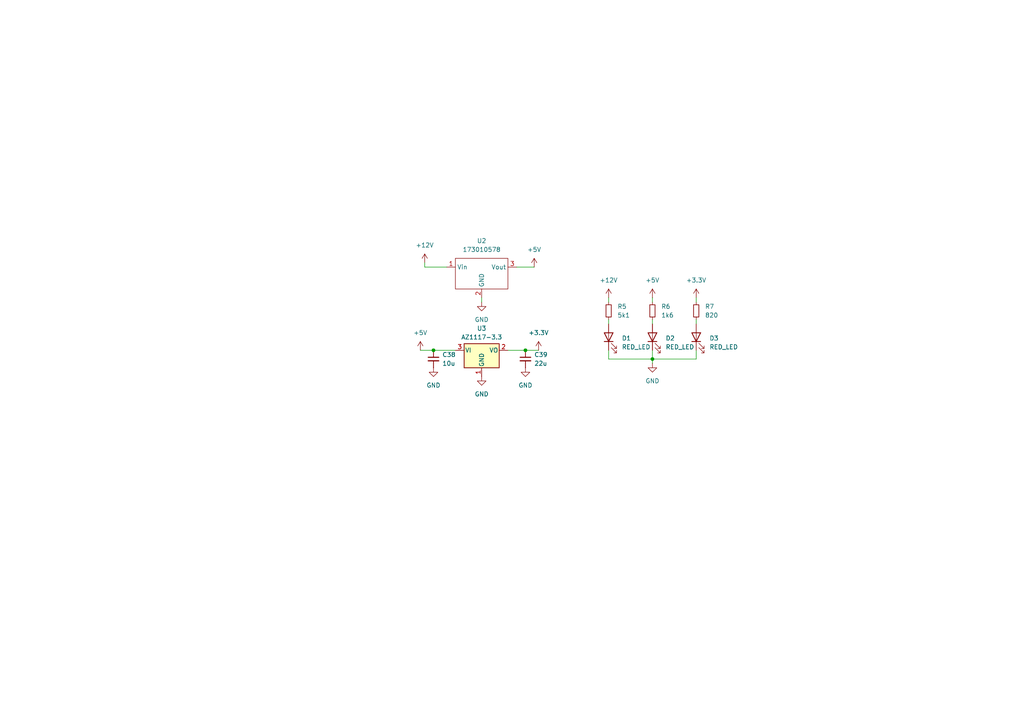
<source format=kicad_sch>
(kicad_sch (version 20250114) (generator "eeschema") (generator_version "9.0")
  (paper "A4")
  (lib_symbols
    (symbol "+5V_1" (power) (pin_numbers (hide yes)) (pin_names (offset 0) (hide yes))
      (property "Value" "+5V" (at 0 3.556 0))
      (symbol "+5V_1_0_1"
        (polyline (pts (xy -0.762 1.27) (xy 0 2.54)))
        (polyline (pts (xy 0 2.54) (xy 0.762 1.27)))
        (polyline (pts (xy 0 0) (xy 0 2.54)))
      )
      (symbol "+5V_1_1_1"
        (pin power_in line (at 0 0 90) (length 0) (name "~") (number "1"))
      )
    )
    (symbol "+5V_2" (power) (pin_numbers (hide yes)) (pin_names (offset 0) (hide yes))
      (property "Value" "+5V" (at 0 3.556 0))
      (symbol "+5V_2_0_1"
        (polyline (pts (xy -0.762 1.27) (xy 0 2.54)))
        (polyline (pts (xy 0 2.54) (xy 0.762 1.27)))
        (polyline (pts (xy 0 0) (xy 0 2.54)))
      )
      (symbol "+5V_2_1_1"
        (pin power_in line (at 0 0 90) (length 0) (name "~") (number "1"))
      )
    )
    (symbol "173010542_1"
      (property "Reference" "U" (at -5.842 5.334 0))
      (property "Value" "173010542" (at 0 0 0))
      (symbol "173010542_1_1_1"
        (rectangle (start -7.62 3.81) (end 7.62 -5.08))
        (pin power_in line (at -10.16 1.27 0) (length 2.54) (name "Vin") (number "1"))
        (pin power_in line (at 0 -7.62 90) (length 2.54) (name "GND") (number "2"))
        (pin power_out line (at 10.16 1.27 180) (length 2.54) (name "Vout") (number "3"))
      )
    )
    (symbol "Device:C_Small" (pin_numbers (hide yes)) (pin_names (offset 0.254) (hide yes))
      (property "Reference" "C" (at 0.254 1.778 0))
      (property "Value" "C_Small" (at 0.254 -2.032 0))
      (symbol "C_Small_0_1"
        (polyline (pts (xy -1.524 0.508) (xy 1.524 0.508)) (stroke (width 0.3048)))
        (polyline (pts (xy -1.524 -0.508) (xy 1.524 -0.508)) (stroke (width 0.3302)))
      )
      (symbol "C_Small_1_1"
        (pin passive line (at 0 2.54 270) (length 2.032) (name "~") (number "1"))
        (pin passive line (at 0 -2.54 90) (length 2.032) (name "~") (number "2"))
      )
    )
    (symbol "Device:R_Small" (pin_numbers (hide yes)) (pin_names (offset 0.254) (hide yes))
      (property "Reference" "R" (at 0.762 0.508 0))
      (property "Value" "R_Small" (at 0.762 -1.016 0))
      (symbol "R_Small_0_1"
        (rectangle (start -0.762 1.778) (end 0.762 -1.778) (stroke (width 0.2032)))
      )
      (symbol "R_Small_1_1"
        (pin passive line (at 0 2.54 270) (length 0.762) (name "~") (number "1"))
        (pin passive line (at 0 -2.54 90) (length 0.762) (name "~") (number "2"))
      )
    )
    (symbol "GND_1" (power) (pin_numbers (hide yes)) (pin_names (offset 0) (hide yes))
      (property "Value" "GND" (at 0 -3.81 0))
      (symbol "GND_1_0_1"
        (polyline (pts (xy 0 0) (xy 0 -1.27) (xy 1.27 -1.27) (xy 0 -2.54) (xy -1.27 -1.27) (xy 0 -1.27)))
      )
      (symbol "GND_1_1_1"
        (pin power_in line (at 0 0 270) (length 0) (name "~") (number "1"))
      )
    )
    (symbol "GND_2" (power) (pin_numbers (hide yes)) (pin_names (offset 0) (hide yes))
      (property "Value" "GND" (at 0 -3.81 0))
      (symbol "GND_2_0_1"
        (polyline (pts (xy 0 0) (xy 0 -1.27) (xy 1.27 -1.27) (xy 0 -2.54) (xy -1.27 -1.27) (xy 0 -1.27)))
      )
      (symbol "GND_2_1_1"
        (pin power_in line (at 0 0 270) (length 0) (name "~") (number "1"))
      )
    )
    (symbol "GND_3" (power) (pin_numbers (hide yes)) (pin_names (offset 0) (hide yes))
      (property "Value" "GND" (at 0 -3.81 0))
      (symbol "GND_3_0_1"
        (polyline (pts (xy 0 0) (xy 0 -1.27) (xy 1.27 -1.27) (xy 0 -2.54) (xy -1.27 -1.27) (xy 0 -1.27)))
      )
      (symbol "GND_3_1_1"
        (pin power_in line (at 0 0 270) (length 0) (name "~") (number "1"))
      )
    )
    (symbol "GND_4" (power) (pin_numbers (hide yes)) (pin_names (offset 0) (hide yes))
      (property "Value" "GND" (at 0 -3.81 0))
      (symbol "GND_4_0_1"
        (polyline (pts (xy 0 0) (xy 0 -1.27) (xy 1.27 -1.27) (xy 0 -2.54) (xy -1.27 -1.27) (xy 0 -1.27)))
      )
      (symbol "GND_4_1_1"
        (pin power_in line (at 0 0 270) (length 0) (name "~") (number "1"))
      )
    )
    (symbol "LED_1" (pin_numbers (hide yes)) (pin_names (offset 1.016) (hide yes))
      (property "Reference" "D" (at 0 2.54 0))
      (property "Value" "LED" (at 0 -2.54 0))
      (symbol "LED_1_0_1"
        (polyline (pts (xy -3.048 -0.762) (xy -4.572 -2.286) (xy -3.81 -2.286) (xy -4.572 -2.286) (xy -4.572 -1.524)))
        (polyline (pts (xy -1.778 -0.762) (xy -3.302 -2.286) (xy -2.54 -2.286) (xy -3.302 -2.286) (xy -3.302 -1.524)))
        (polyline (pts (xy -1.27 0) (xy 1.27 0)))
        (polyline (pts (xy -1.27 -1.27) (xy -1.27 1.27)) (stroke (width 0.254)))
        (polyline (pts (xy 1.27 -1.27) (xy 1.27 1.27) (xy -1.27 0) (xy 1.27 -1.27)) (stroke (width 0.254)))
      )
      (symbol "LED_1_1_1"
        (pin passive line (at -3.81 0 0) (length 2.54) (name "K") (number "1"))
        (pin passive line (at 3.81 0 180) (length 2.54) (name "A") (number "2"))
      )
    )
    (symbol "Regulator_Linear:AZ1117-3.3" (pin_names (offset 0.254))
      (property "Reference" "U" (at -3.81 3.175 0))
      (property "Value" "AZ1117-3.3" (at 0 3.175 0))
      (symbol "AZ1117-3.3_0_1"
        (rectangle (start -5.08 1.905) (end 5.08 -5.08) (stroke (width 0.254)) (fill (type background)))
      )
      (symbol "AZ1117-3.3_1_1"
        (pin power_in line (at -7.62 0 0) (length 2.54) (name "VI") (number "3"))
        (pin power_in line (at 0 -7.62 90) (length 2.54) (name "GND") (number "1"))
        (pin power_out line (at 7.62 0 180) (length 2.54) (name "VO") (number "2"))
      )
    )
    (symbol "power:+12V" (power) (pin_numbers (hide yes)) (pin_names (offset 0) (hide yes))
      (property "Value" "+12V" (at 0 3.556 0))
      (symbol "+12V_0_1"
        (polyline (pts (xy -0.762 1.27) (xy 0 2.54)))
        (polyline (pts (xy 0 2.54) (xy 0.762 1.27)))
        (polyline (pts (xy 0 0) (xy 0 2.54)))
      )
      (symbol "+12V_1_1"
        (pin power_in line (at 0 0 90) (length 0) (name "~") (number "1"))
      )
    )
    (symbol "power:+3.3V" (power) (pin_numbers (hide yes)) (pin_names (offset 0) (hide yes))
      (property "Value" "+3.3V" (at 0 3.556 0))
      (symbol "+3.3V_0_1"
        (polyline (pts (xy -0.762 1.27) (xy 0 2.54)))
        (polyline (pts (xy 0 2.54) (xy 0.762 1.27)))
        (polyline (pts (xy 0 0) (xy 0 2.54)))
      )
      (symbol "+3.3V_1_1"
        (pin power_in line (at 0 0 90) (length 0) (name "~") (number "1"))
      )
    )
    (symbol "power:+5V" (power) (pin_numbers (hide yes)) (pin_names (offset 0) (hide yes))
      (property "Value" "+5V" (at 0 3.556 0))
      (symbol "+5V_0_1"
        (polyline (pts (xy -0.762 1.27) (xy 0 2.54)))
        (polyline (pts (xy 0 2.54) (xy 0.762 1.27)))
        (polyline (pts (xy 0 0) (xy 0 2.54)))
      )
      (symbol "+5V_1_1"
        (pin power_in line (at 0 0 90) (length 0) (name "~") (number "1"))
      )
    )
    (symbol "power:GND" (power) (pin_numbers (hide yes)) (pin_names (offset 0) (hide yes))
      (property "Value" "GND" (at 0 -3.81 0))
      (symbol "GND_0_1"
        (polyline (pts (xy 0 0) (xy 0 -1.27) (xy 1.27 -1.27) (xy 0 -2.54) (xy -1.27 -1.27) (xy 0 -1.27)))
      )
      (symbol "GND_1_1"
        (pin power_in line (at 0 0 270) (length 0) (name "~") (number "1"))
      )
    )
  )
  (junction (at 152.4 101.6))
  (junction (at 125.73 101.6))
  (junction (at 189.23 104.14))
  (wire (pts (xy 139.7 87.63) (xy 139.7 86.36)))
  (wire (pts (xy 189.23 101.6) (xy 189.23 104.14)))
  (wire (pts (xy 152.4 101.6) (xy 156.21 101.6)))
  (wire (pts (xy 125.73 101.6) (xy 132.08 101.6)))
  (wire (pts (xy 149.86 77.47) (xy 154.94 77.47)))
  (wire (pts (xy 189.23 86.36) (xy 189.23 87.63)))
  (wire (pts (xy 201.93 92.71) (xy 201.93 93.98)))
  (wire (pts (xy 123.19 76.2) (xy 123.19 77.47)))
  (wire (pts (xy 201.93 86.36) (xy 201.93 87.63)))
  (wire (pts (xy 147.32 101.6) (xy 152.4 101.6)))
  (wire (pts (xy 176.53 92.71) (xy 176.53 93.98)))
  (wire (pts (xy 176.53 104.14) (xy 176.53 101.6)))
  (wire (pts (xy 201.93 101.6) (xy 201.93 104.14)))
  (wire (pts (xy 176.53 86.36) (xy 176.53 87.63)))
  (wire (pts (xy 121.92 101.6) (xy 125.73 101.6)))
  (wire (pts (xy 189.23 104.14) (xy 176.53 104.14)))
  (wire (pts (xy 189.23 92.71) (xy 189.23 93.98)))
  (wire (pts (xy 189.23 105.41) (xy 189.23 104.14)))
  (wire (pts (xy 123.19 77.47) (xy 129.54 77.47)))
  (wire (pts (xy 189.23 104.14) (xy 201.93 104.14)))
  (symbol (lib_name "GND_1") (lib_id "power:GND") (at 139.7 87.63 0) (unit 1)
    (property "Reference" "#PWR070" (effects (hide yes)))
    (property "Value" "GND" (at 139.7 92.71 0))
    (property "Description" "Power symbol creates a global label with name \"GND\" , ground" (effects (hide yes)))
  )
  (symbol (lib_id "power:+5V") (at 189.23 86.36 0) (unit 1)
    (property "Reference" "#PWR072" (effects (hide yes)))
    (property "Value" "+5V" (at 189.23 81.28 0))
    (property "Description" "Power symbol creates a global label with name \"+5V\"" (effects (hide yes)))
  )
  (symbol (lib_id "Device:C_Small") (at 152.4 104.14 0) (unit 1)
    (property "Reference" "C39" (at 154.94 102.8763 0) (effects (justify left)))
    (property "Value" "22u" (at 154.94 105.4163 0) (effects (justify left)))
    (property "Footprint" "Capacitor_SMD:C_Elec_5x5.4" (effects (hide yes)))
  )
  (symbol (lib_id "Device:R_Small") (at 176.53 90.17 0) (unit 1)
    (property "Reference" "R5" (at 179.07 88.8999 0) (effects (justify left)))
    (property "Value" "5k1" (at 179.07 91.4399 0) (effects (justify left)))
    (property "Footprint" "Resistor_SMD:R_0402_1005Metric" (effects (hide yes)))
    (property "Description" "Resistor, small symbol" (effects (hide yes)))
  )
  (symbol (lib_id "Device:R_Small") (at 201.93 90.17 0) (unit 1)
    (property "Reference" "R7" (at 204.47 88.8999 0) (effects (justify left)))
    (property "Value" "820" (at 204.47 91.4399 0) (effects (justify left)))
    (property "Footprint" "Resistor_SMD:R_0402_1005Metric" (effects (hide yes)))
    (property "Description" "Resistor, small symbol" (effects (hide yes)))
  )
  (symbol (lib_id "power:GND") (at 189.23 105.41 0) (unit 1)
    (property "Reference" "#PWR073" (effects (hide yes)))
    (property "Value" "GND" (at 189.23 110.49 0))
    (property "Description" "Power symbol creates a global label with name \"GND\" , ground" (effects (hide yes)))
  )
  (symbol (lib_name "+5V_2") (lib_id "power:+5V") (at 121.92 101.6 0) (unit 1)
    (property "Reference" "#PWR066" (effects (hide yes)))
    (property "Value" "+5V" (at 121.92 96.52 0))
    (property "Description" "Power symbol creates a global label with name \"+5V\"" (effects (hide yes)))
  )
  (symbol (lib_name "GND_2") (lib_id "power:GND") (at 152.4 106.68 0) (unit 1)
    (property "Reference" "#PWR074" (effects (hide yes)))
    (property "Value" "GND" (at 152.4 111.76 0))
    (property "Description" "Power symbol creates a global label with name \"GND\" , ground" (effects (hide yes)))
  )
  (symbol (lib_name "GND_4") (lib_id "power:GND") (at 125.73 106.68 0) (unit 1)
    (property "Reference" "#PWR068" (effects (hide yes)))
    (property "Value" "GND" (at 125.73 111.76 0))
    (property "Description" "Power symbol creates a global label with name \"GND\" , ground" (effects (hide yes)))
  )
  (symbol (lib_name "GND_3") (lib_id "power:GND") (at 139.7 109.22 0) (unit 1)
    (property "Reference" "#PWR071" (effects (hide yes)))
    (property "Value" "GND" (at 139.7 114.3 0))
    (property "Description" "Power symbol creates a global label with name \"GND\" , ground" (effects (hide yes)))
  )
  (symbol (lib_id "power:+3.3V") (at 156.21 101.6 0) (unit 1)
    (property "Reference" "#PWR077" (effects (hide yes)))
    (property "Value" "+3.3V" (at 156.21 96.52 0))
  )
  (symbol (lib_name "LED_1") (lib_id "Device:LED") (at 176.53 97.79 90) (unit 1)
    (property "Reference" "D1" (at 180.34 98.1074 90) (effects (justify right)))
    (property "Value" "RED_LED" (at 180.34 100.6474 90) (effects (justify right)))
    (property "Footprint" "LED_SMD:LED_0603_1608Metric" (effects (hide yes)))
    (property "Datasheet" "https://www.we-online.com/components/products/datasheet/150060RS55040.pdf" (effects (hide yes)))
    (property "Description" "Light emitting diode" (effects (hide yes)))
    (property "Sim.Pins" "1=K 2=A" (effects (hide yes)))
    (property "MPN" "150060RS55040" (effects (hide yes)))
  )
  (symbol (lib_name "LED_1") (lib_id "Device:LED") (at 201.93 97.79 90) (unit 1)
    (property "Reference" "D3" (at 205.74 98.1074 90) (effects (justify right)))
    (property "Value" "RED_LED" (at 205.74 100.6474 90) (effects (justify right)))
    (property "Footprint" "LED_SMD:LED_0603_1608Metric" (effects (hide yes)))
    (property "Datasheet" "https://www.we-online.com/components/products/datasheet/150060RS55040.pdf" (effects (hide yes)))
    (property "Description" "Light emitting diode" (effects (hide yes)))
    (property "Sim.Pins" "1=K 2=A" (effects (hide yes)))
    (property "MPN" "150060RS55040" (effects (hide yes)))
  )
  (symbol (lib_name "+5V_1") (lib_id "power:+5V") (at 154.94 77.47 0) (unit 1)
    (property "Reference" "#PWR076" (effects (hide yes)))
    (property "Value" "+5V" (at 154.94 72.39 0))
    (property "Description" "Power symbol creates a global label with name \"+5V\"" (effects (hide yes)))
  )
  (symbol (lib_id "Device:C_Small") (at 125.73 104.14 0) (unit 1)
    (property "Reference" "C38" (at 128.27 102.8763 0) (effects (justify left)))
    (property "Value" "10u" (at 128.27 105.4163 0) (effects (justify left)))
    (property "Footprint" "Capacitor_SMD:C_0603_1608Metric" (effects (hide yes)))
  )
  (symbol (lib_id "power:+3.3V") (at 201.93 86.36 0) (unit 1)
    (property "Reference" "#PWR075" (effects (hide yes)))
    (property "Value" "+3.3V" (at 201.93 81.28 0))
  )
  (symbol (lib_id "Regulator_Linear:AZ1117-3.3") (at 139.7 101.6 0) (unit 1)
    (property "Reference" "U3" (at 139.7 95.25 0))
    (property "Value" "AZ1117-3.3" (at 139.7 97.79 0))
    (property "Footprint" "Package_TO_SOT_SMD:SOT-223-3_TabPin2" (effects (hide yes)))
    (property "Datasheet" "https://www.diodes.com/assets/Datasheets/AZ1117.pdf" (effects (hide yes)))
    (property "MPN" "AZ1117CH2-3.3TRG1" (effects (hide yes)))
  )
  (symbol (lib_name "173010542_1") (lib_id "mylib:173010542") (at 139.7 78.74 0) (unit 1)
    (property "Reference" "U2" (at 139.7 69.85 0))
    (property "Value" "173010578" (at 139.7 72.39 0))
    (property "Footprint" "Library:173010542" (effects (hide yes)))
    (property "Datasheet" "https://www.we-online.com/components/products/datasheet/173010578.pdf" (effects (hide yes)))
    (property "Description" "Convertisseurs CC-CC non isolés FDSM THT 5V 1A 8-28V Input" (effects (hide yes)))
    (property "MPN" "173010578" (effects (hide yes)))
  )
  (symbol (lib_id "Device:R_Small") (at 189.23 90.17 0) (unit 1)
    (property "Reference" "R6" (at 191.77 88.8999 0) (effects (justify left)))
    (property "Value" "1k6" (at 191.77 91.4399 0) (effects (justify left)))
    (property "Footprint" "Resistor_SMD:R_0402_1005Metric" (effects (hide yes)))
    (property "Description" "Resistor, small symbol" (effects (hide yes)))
  )
  (symbol (lib_id "power:+12V") (at 176.53 86.36 0) (unit 1)
    (property "Reference" "#PWR069" (effects (hide yes)))
    (property "Value" "+12V" (at 176.53 81.28 0))
    (property "Description" "Power symbol creates a global label with name \"+12V\"" (effects (hide yes)))
  )
  (symbol (lib_id "power:+12V") (at 123.19 76.2 0) (unit 1)
    (property "Reference" "#PWR067" (effects (hide yes)))
    (property "Value" "+12V" (at 123.19 71.12 0))
    (property "Description" "Power symbol creates a global label with name \"+12V\"" (effects (hide yes)))
  )
  (symbol (lib_name "LED_1") (lib_id "Device:LED") (at 189.23 97.79 90) (unit 1)
    (property "Reference" "D2" (at 193.04 98.1074 90) (effects (justify right)))
    (property "Value" "RED_LED" (at 193.04 100.6474 90) (effects (justify right)))
    (property "Footprint" "LED_SMD:LED_0603_1608Metric" (effects (hide yes)))
    (property "Datasheet" "https://www.we-online.com/components/products/datasheet/150060RS55040.pdf" (effects (hide yes)))
    (property "Description" "Light emitting diode" (effects (hide yes)))
    (property "Sim.Pins" "1=K 2=A" (effects (hide yes)))
    (property "MPN" "150060RS55040" (effects (hide yes)))
  )
)
</source>
